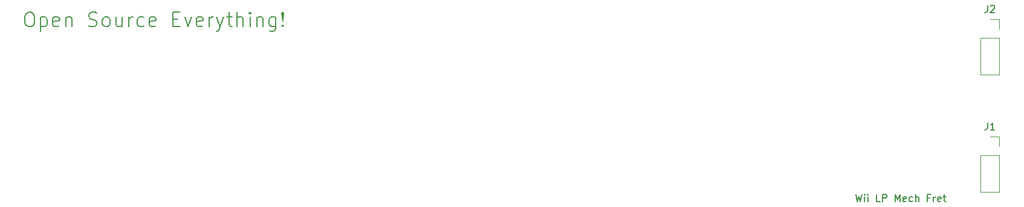
<source format=gbr>
%TF.GenerationSoftware,KiCad,Pcbnew,7.0.1*%
%TF.CreationDate,2023-12-15T14:23:58-05:00*%
%TF.ProjectId,fret,66726574-2e6b-4696-9361-645f70636258,rev?*%
%TF.SameCoordinates,Original*%
%TF.FileFunction,Legend,Top*%
%TF.FilePolarity,Positive*%
%FSLAX46Y46*%
G04 Gerber Fmt 4.6, Leading zero omitted, Abs format (unit mm)*
G04 Created by KiCad (PCBNEW 7.0.1) date 2023-12-15 14:23:58*
%MOMM*%
%LPD*%
G01*
G04 APERTURE LIST*
%ADD10C,0.150000*%
%ADD11C,0.120000*%
G04 APERTURE END LIST*
D10*
X84547142Y-78715238D02*
X84928095Y-78715238D01*
X84928095Y-78715238D02*
X85118571Y-78810476D01*
X85118571Y-78810476D02*
X85309047Y-79000952D01*
X85309047Y-79000952D02*
X85404285Y-79381904D01*
X85404285Y-79381904D02*
X85404285Y-80048571D01*
X85404285Y-80048571D02*
X85309047Y-80429523D01*
X85309047Y-80429523D02*
X85118571Y-80620000D01*
X85118571Y-80620000D02*
X84928095Y-80715238D01*
X84928095Y-80715238D02*
X84547142Y-80715238D01*
X84547142Y-80715238D02*
X84356666Y-80620000D01*
X84356666Y-80620000D02*
X84166190Y-80429523D01*
X84166190Y-80429523D02*
X84070952Y-80048571D01*
X84070952Y-80048571D02*
X84070952Y-79381904D01*
X84070952Y-79381904D02*
X84166190Y-79000952D01*
X84166190Y-79000952D02*
X84356666Y-78810476D01*
X84356666Y-78810476D02*
X84547142Y-78715238D01*
X86261428Y-79381904D02*
X86261428Y-81381904D01*
X86261428Y-79477142D02*
X86451904Y-79381904D01*
X86451904Y-79381904D02*
X86832857Y-79381904D01*
X86832857Y-79381904D02*
X87023333Y-79477142D01*
X87023333Y-79477142D02*
X87118571Y-79572380D01*
X87118571Y-79572380D02*
X87213809Y-79762857D01*
X87213809Y-79762857D02*
X87213809Y-80334285D01*
X87213809Y-80334285D02*
X87118571Y-80524761D01*
X87118571Y-80524761D02*
X87023333Y-80620000D01*
X87023333Y-80620000D02*
X86832857Y-80715238D01*
X86832857Y-80715238D02*
X86451904Y-80715238D01*
X86451904Y-80715238D02*
X86261428Y-80620000D01*
X88832857Y-80620000D02*
X88642381Y-80715238D01*
X88642381Y-80715238D02*
X88261428Y-80715238D01*
X88261428Y-80715238D02*
X88070952Y-80620000D01*
X88070952Y-80620000D02*
X87975714Y-80429523D01*
X87975714Y-80429523D02*
X87975714Y-79667619D01*
X87975714Y-79667619D02*
X88070952Y-79477142D01*
X88070952Y-79477142D02*
X88261428Y-79381904D01*
X88261428Y-79381904D02*
X88642381Y-79381904D01*
X88642381Y-79381904D02*
X88832857Y-79477142D01*
X88832857Y-79477142D02*
X88928095Y-79667619D01*
X88928095Y-79667619D02*
X88928095Y-79858095D01*
X88928095Y-79858095D02*
X87975714Y-80048571D01*
X89785238Y-79381904D02*
X89785238Y-80715238D01*
X89785238Y-79572380D02*
X89880476Y-79477142D01*
X89880476Y-79477142D02*
X90070952Y-79381904D01*
X90070952Y-79381904D02*
X90356667Y-79381904D01*
X90356667Y-79381904D02*
X90547143Y-79477142D01*
X90547143Y-79477142D02*
X90642381Y-79667619D01*
X90642381Y-79667619D02*
X90642381Y-80715238D01*
X93023334Y-80620000D02*
X93309048Y-80715238D01*
X93309048Y-80715238D02*
X93785239Y-80715238D01*
X93785239Y-80715238D02*
X93975715Y-80620000D01*
X93975715Y-80620000D02*
X94070953Y-80524761D01*
X94070953Y-80524761D02*
X94166191Y-80334285D01*
X94166191Y-80334285D02*
X94166191Y-80143809D01*
X94166191Y-80143809D02*
X94070953Y-79953333D01*
X94070953Y-79953333D02*
X93975715Y-79858095D01*
X93975715Y-79858095D02*
X93785239Y-79762857D01*
X93785239Y-79762857D02*
X93404286Y-79667619D01*
X93404286Y-79667619D02*
X93213810Y-79572380D01*
X93213810Y-79572380D02*
X93118572Y-79477142D01*
X93118572Y-79477142D02*
X93023334Y-79286666D01*
X93023334Y-79286666D02*
X93023334Y-79096190D01*
X93023334Y-79096190D02*
X93118572Y-78905714D01*
X93118572Y-78905714D02*
X93213810Y-78810476D01*
X93213810Y-78810476D02*
X93404286Y-78715238D01*
X93404286Y-78715238D02*
X93880477Y-78715238D01*
X93880477Y-78715238D02*
X94166191Y-78810476D01*
X95309048Y-80715238D02*
X95118572Y-80620000D01*
X95118572Y-80620000D02*
X95023334Y-80524761D01*
X95023334Y-80524761D02*
X94928096Y-80334285D01*
X94928096Y-80334285D02*
X94928096Y-79762857D01*
X94928096Y-79762857D02*
X95023334Y-79572380D01*
X95023334Y-79572380D02*
X95118572Y-79477142D01*
X95118572Y-79477142D02*
X95309048Y-79381904D01*
X95309048Y-79381904D02*
X95594763Y-79381904D01*
X95594763Y-79381904D02*
X95785239Y-79477142D01*
X95785239Y-79477142D02*
X95880477Y-79572380D01*
X95880477Y-79572380D02*
X95975715Y-79762857D01*
X95975715Y-79762857D02*
X95975715Y-80334285D01*
X95975715Y-80334285D02*
X95880477Y-80524761D01*
X95880477Y-80524761D02*
X95785239Y-80620000D01*
X95785239Y-80620000D02*
X95594763Y-80715238D01*
X95594763Y-80715238D02*
X95309048Y-80715238D01*
X97690001Y-79381904D02*
X97690001Y-80715238D01*
X96832858Y-79381904D02*
X96832858Y-80429523D01*
X96832858Y-80429523D02*
X96928096Y-80620000D01*
X96928096Y-80620000D02*
X97118572Y-80715238D01*
X97118572Y-80715238D02*
X97404287Y-80715238D01*
X97404287Y-80715238D02*
X97594763Y-80620000D01*
X97594763Y-80620000D02*
X97690001Y-80524761D01*
X98642382Y-80715238D02*
X98642382Y-79381904D01*
X98642382Y-79762857D02*
X98737620Y-79572380D01*
X98737620Y-79572380D02*
X98832858Y-79477142D01*
X98832858Y-79477142D02*
X99023334Y-79381904D01*
X99023334Y-79381904D02*
X99213811Y-79381904D01*
X100737620Y-80620000D02*
X100547144Y-80715238D01*
X100547144Y-80715238D02*
X100166191Y-80715238D01*
X100166191Y-80715238D02*
X99975715Y-80620000D01*
X99975715Y-80620000D02*
X99880477Y-80524761D01*
X99880477Y-80524761D02*
X99785239Y-80334285D01*
X99785239Y-80334285D02*
X99785239Y-79762857D01*
X99785239Y-79762857D02*
X99880477Y-79572380D01*
X99880477Y-79572380D02*
X99975715Y-79477142D01*
X99975715Y-79477142D02*
X100166191Y-79381904D01*
X100166191Y-79381904D02*
X100547144Y-79381904D01*
X100547144Y-79381904D02*
X100737620Y-79477142D01*
X102356668Y-80620000D02*
X102166192Y-80715238D01*
X102166192Y-80715238D02*
X101785239Y-80715238D01*
X101785239Y-80715238D02*
X101594763Y-80620000D01*
X101594763Y-80620000D02*
X101499525Y-80429523D01*
X101499525Y-80429523D02*
X101499525Y-79667619D01*
X101499525Y-79667619D02*
X101594763Y-79477142D01*
X101594763Y-79477142D02*
X101785239Y-79381904D01*
X101785239Y-79381904D02*
X102166192Y-79381904D01*
X102166192Y-79381904D02*
X102356668Y-79477142D01*
X102356668Y-79477142D02*
X102451906Y-79667619D01*
X102451906Y-79667619D02*
X102451906Y-79858095D01*
X102451906Y-79858095D02*
X101499525Y-80048571D01*
X104832859Y-79667619D02*
X105499526Y-79667619D01*
X105785240Y-80715238D02*
X104832859Y-80715238D01*
X104832859Y-80715238D02*
X104832859Y-78715238D01*
X104832859Y-78715238D02*
X105785240Y-78715238D01*
X106451907Y-79381904D02*
X106928097Y-80715238D01*
X106928097Y-80715238D02*
X107404288Y-79381904D01*
X108928098Y-80620000D02*
X108737622Y-80715238D01*
X108737622Y-80715238D02*
X108356669Y-80715238D01*
X108356669Y-80715238D02*
X108166193Y-80620000D01*
X108166193Y-80620000D02*
X108070955Y-80429523D01*
X108070955Y-80429523D02*
X108070955Y-79667619D01*
X108070955Y-79667619D02*
X108166193Y-79477142D01*
X108166193Y-79477142D02*
X108356669Y-79381904D01*
X108356669Y-79381904D02*
X108737622Y-79381904D01*
X108737622Y-79381904D02*
X108928098Y-79477142D01*
X108928098Y-79477142D02*
X109023336Y-79667619D01*
X109023336Y-79667619D02*
X109023336Y-79858095D01*
X109023336Y-79858095D02*
X108070955Y-80048571D01*
X109880479Y-80715238D02*
X109880479Y-79381904D01*
X109880479Y-79762857D02*
X109975717Y-79572380D01*
X109975717Y-79572380D02*
X110070955Y-79477142D01*
X110070955Y-79477142D02*
X110261431Y-79381904D01*
X110261431Y-79381904D02*
X110451908Y-79381904D01*
X110928098Y-79381904D02*
X111404288Y-80715238D01*
X111880479Y-79381904D02*
X111404288Y-80715238D01*
X111404288Y-80715238D02*
X111213812Y-81191428D01*
X111213812Y-81191428D02*
X111118574Y-81286666D01*
X111118574Y-81286666D02*
X110928098Y-81381904D01*
X112356670Y-79381904D02*
X113118574Y-79381904D01*
X112642384Y-78715238D02*
X112642384Y-80429523D01*
X112642384Y-80429523D02*
X112737622Y-80620000D01*
X112737622Y-80620000D02*
X112928098Y-80715238D01*
X112928098Y-80715238D02*
X113118574Y-80715238D01*
X113785241Y-80715238D02*
X113785241Y-78715238D01*
X114642384Y-80715238D02*
X114642384Y-79667619D01*
X114642384Y-79667619D02*
X114547146Y-79477142D01*
X114547146Y-79477142D02*
X114356670Y-79381904D01*
X114356670Y-79381904D02*
X114070955Y-79381904D01*
X114070955Y-79381904D02*
X113880479Y-79477142D01*
X113880479Y-79477142D02*
X113785241Y-79572380D01*
X115594765Y-80715238D02*
X115594765Y-79381904D01*
X115594765Y-78715238D02*
X115499527Y-78810476D01*
X115499527Y-78810476D02*
X115594765Y-78905714D01*
X115594765Y-78905714D02*
X115690003Y-78810476D01*
X115690003Y-78810476D02*
X115594765Y-78715238D01*
X115594765Y-78715238D02*
X115594765Y-78905714D01*
X116547146Y-79381904D02*
X116547146Y-80715238D01*
X116547146Y-79572380D02*
X116642384Y-79477142D01*
X116642384Y-79477142D02*
X116832860Y-79381904D01*
X116832860Y-79381904D02*
X117118575Y-79381904D01*
X117118575Y-79381904D02*
X117309051Y-79477142D01*
X117309051Y-79477142D02*
X117404289Y-79667619D01*
X117404289Y-79667619D02*
X117404289Y-80715238D01*
X119213813Y-79381904D02*
X119213813Y-81000952D01*
X119213813Y-81000952D02*
X119118575Y-81191428D01*
X119118575Y-81191428D02*
X119023337Y-81286666D01*
X119023337Y-81286666D02*
X118832860Y-81381904D01*
X118832860Y-81381904D02*
X118547146Y-81381904D01*
X118547146Y-81381904D02*
X118356670Y-81286666D01*
X119213813Y-80620000D02*
X119023337Y-80715238D01*
X119023337Y-80715238D02*
X118642384Y-80715238D01*
X118642384Y-80715238D02*
X118451908Y-80620000D01*
X118451908Y-80620000D02*
X118356670Y-80524761D01*
X118356670Y-80524761D02*
X118261432Y-80334285D01*
X118261432Y-80334285D02*
X118261432Y-79762857D01*
X118261432Y-79762857D02*
X118356670Y-79572380D01*
X118356670Y-79572380D02*
X118451908Y-79477142D01*
X118451908Y-79477142D02*
X118642384Y-79381904D01*
X118642384Y-79381904D02*
X119023337Y-79381904D01*
X119023337Y-79381904D02*
X119213813Y-79477142D01*
X120166194Y-80524761D02*
X120261432Y-80620000D01*
X120261432Y-80620000D02*
X120166194Y-80715238D01*
X120166194Y-80715238D02*
X120070956Y-80620000D01*
X120070956Y-80620000D02*
X120166194Y-80524761D01*
X120166194Y-80524761D02*
X120166194Y-80715238D01*
X120166194Y-79953333D02*
X120070956Y-78810476D01*
X120070956Y-78810476D02*
X120166194Y-78715238D01*
X120166194Y-78715238D02*
X120261432Y-78810476D01*
X120261432Y-78810476D02*
X120166194Y-79953333D01*
X120166194Y-79953333D02*
X120166194Y-78715238D01*
X200432857Y-104337619D02*
X200670952Y-105337619D01*
X200670952Y-105337619D02*
X200861428Y-104623333D01*
X200861428Y-104623333D02*
X201051904Y-105337619D01*
X201051904Y-105337619D02*
X201290000Y-104337619D01*
X201670952Y-105337619D02*
X201670952Y-104670952D01*
X201670952Y-104337619D02*
X201623333Y-104385238D01*
X201623333Y-104385238D02*
X201670952Y-104432857D01*
X201670952Y-104432857D02*
X201718571Y-104385238D01*
X201718571Y-104385238D02*
X201670952Y-104337619D01*
X201670952Y-104337619D02*
X201670952Y-104432857D01*
X202147142Y-105337619D02*
X202147142Y-104670952D01*
X202147142Y-104337619D02*
X202099523Y-104385238D01*
X202099523Y-104385238D02*
X202147142Y-104432857D01*
X202147142Y-104432857D02*
X202194761Y-104385238D01*
X202194761Y-104385238D02*
X202147142Y-104337619D01*
X202147142Y-104337619D02*
X202147142Y-104432857D01*
X203861427Y-105337619D02*
X203385237Y-105337619D01*
X203385237Y-105337619D02*
X203385237Y-104337619D01*
X204194761Y-105337619D02*
X204194761Y-104337619D01*
X204194761Y-104337619D02*
X204575713Y-104337619D01*
X204575713Y-104337619D02*
X204670951Y-104385238D01*
X204670951Y-104385238D02*
X204718570Y-104432857D01*
X204718570Y-104432857D02*
X204766189Y-104528095D01*
X204766189Y-104528095D02*
X204766189Y-104670952D01*
X204766189Y-104670952D02*
X204718570Y-104766190D01*
X204718570Y-104766190D02*
X204670951Y-104813809D01*
X204670951Y-104813809D02*
X204575713Y-104861428D01*
X204575713Y-104861428D02*
X204194761Y-104861428D01*
X205956666Y-105337619D02*
X205956666Y-104337619D01*
X205956666Y-104337619D02*
X206289999Y-105051904D01*
X206289999Y-105051904D02*
X206623332Y-104337619D01*
X206623332Y-104337619D02*
X206623332Y-105337619D01*
X207480475Y-105290000D02*
X207385237Y-105337619D01*
X207385237Y-105337619D02*
X207194761Y-105337619D01*
X207194761Y-105337619D02*
X207099523Y-105290000D01*
X207099523Y-105290000D02*
X207051904Y-105194761D01*
X207051904Y-105194761D02*
X207051904Y-104813809D01*
X207051904Y-104813809D02*
X207099523Y-104718571D01*
X207099523Y-104718571D02*
X207194761Y-104670952D01*
X207194761Y-104670952D02*
X207385237Y-104670952D01*
X207385237Y-104670952D02*
X207480475Y-104718571D01*
X207480475Y-104718571D02*
X207528094Y-104813809D01*
X207528094Y-104813809D02*
X207528094Y-104909047D01*
X207528094Y-104909047D02*
X207051904Y-105004285D01*
X208385237Y-105290000D02*
X208289999Y-105337619D01*
X208289999Y-105337619D02*
X208099523Y-105337619D01*
X208099523Y-105337619D02*
X208004285Y-105290000D01*
X208004285Y-105290000D02*
X207956666Y-105242380D01*
X207956666Y-105242380D02*
X207909047Y-105147142D01*
X207909047Y-105147142D02*
X207909047Y-104861428D01*
X207909047Y-104861428D02*
X207956666Y-104766190D01*
X207956666Y-104766190D02*
X208004285Y-104718571D01*
X208004285Y-104718571D02*
X208099523Y-104670952D01*
X208099523Y-104670952D02*
X208289999Y-104670952D01*
X208289999Y-104670952D02*
X208385237Y-104718571D01*
X208813809Y-105337619D02*
X208813809Y-104337619D01*
X209242380Y-105337619D02*
X209242380Y-104813809D01*
X209242380Y-104813809D02*
X209194761Y-104718571D01*
X209194761Y-104718571D02*
X209099523Y-104670952D01*
X209099523Y-104670952D02*
X208956666Y-104670952D01*
X208956666Y-104670952D02*
X208861428Y-104718571D01*
X208861428Y-104718571D02*
X208813809Y-104766190D01*
X210813809Y-104813809D02*
X210480476Y-104813809D01*
X210480476Y-105337619D02*
X210480476Y-104337619D01*
X210480476Y-104337619D02*
X210956666Y-104337619D01*
X211337619Y-105337619D02*
X211337619Y-104670952D01*
X211337619Y-104861428D02*
X211385238Y-104766190D01*
X211385238Y-104766190D02*
X211432857Y-104718571D01*
X211432857Y-104718571D02*
X211528095Y-104670952D01*
X211528095Y-104670952D02*
X211623333Y-104670952D01*
X212337619Y-105290000D02*
X212242381Y-105337619D01*
X212242381Y-105337619D02*
X212051905Y-105337619D01*
X212051905Y-105337619D02*
X211956667Y-105290000D01*
X211956667Y-105290000D02*
X211909048Y-105194761D01*
X211909048Y-105194761D02*
X211909048Y-104813809D01*
X211909048Y-104813809D02*
X211956667Y-104718571D01*
X211956667Y-104718571D02*
X212051905Y-104670952D01*
X212051905Y-104670952D02*
X212242381Y-104670952D01*
X212242381Y-104670952D02*
X212337619Y-104718571D01*
X212337619Y-104718571D02*
X212385238Y-104813809D01*
X212385238Y-104813809D02*
X212385238Y-104909047D01*
X212385238Y-104909047D02*
X211909048Y-105004285D01*
X212670953Y-104670952D02*
X213051905Y-104670952D01*
X212813810Y-104337619D02*
X212813810Y-105194761D01*
X212813810Y-105194761D02*
X212861429Y-105290000D01*
X212861429Y-105290000D02*
X212956667Y-105337619D01*
X212956667Y-105337619D02*
X213051905Y-105337619D01*
%TO.C,J1*%
X218893666Y-94243619D02*
X218893666Y-94957904D01*
X218893666Y-94957904D02*
X218846047Y-95100761D01*
X218846047Y-95100761D02*
X218750809Y-95196000D01*
X218750809Y-95196000D02*
X218607952Y-95243619D01*
X218607952Y-95243619D02*
X218512714Y-95243619D01*
X219893666Y-95243619D02*
X219322238Y-95243619D01*
X219607952Y-95243619D02*
X219607952Y-94243619D01*
X219607952Y-94243619D02*
X219512714Y-94386476D01*
X219512714Y-94386476D02*
X219417476Y-94481714D01*
X219417476Y-94481714D02*
X219322238Y-94529333D01*
%TO.C,J2*%
X218893666Y-77733619D02*
X218893666Y-78447904D01*
X218893666Y-78447904D02*
X218846047Y-78590761D01*
X218846047Y-78590761D02*
X218750809Y-78686000D01*
X218750809Y-78686000D02*
X218607952Y-78733619D01*
X218607952Y-78733619D02*
X218512714Y-78733619D01*
X219322238Y-77828857D02*
X219369857Y-77781238D01*
X219369857Y-77781238D02*
X219465095Y-77733619D01*
X219465095Y-77733619D02*
X219703190Y-77733619D01*
X219703190Y-77733619D02*
X219798428Y-77781238D01*
X219798428Y-77781238D02*
X219846047Y-77828857D01*
X219846047Y-77828857D02*
X219893666Y-77924095D01*
X219893666Y-77924095D02*
X219893666Y-78019333D01*
X219893666Y-78019333D02*
X219846047Y-78162190D01*
X219846047Y-78162190D02*
X219274619Y-78733619D01*
X219274619Y-78733619D02*
X219893666Y-78733619D01*
D11*
%TO.C,J1*%
X217897000Y-98821000D02*
X217897000Y-103961000D01*
X217897000Y-98821000D02*
X220557000Y-98821000D01*
X217897000Y-103961000D02*
X220557000Y-103961000D01*
X219227000Y-96221000D02*
X220557000Y-96221000D01*
X220557000Y-96221000D02*
X220557000Y-97551000D01*
X220557000Y-98821000D02*
X220557000Y-103961000D01*
%TO.C,J2*%
X217897000Y-82311000D02*
X217897000Y-87451000D01*
X217897000Y-82311000D02*
X220557000Y-82311000D01*
X217897000Y-87451000D02*
X220557000Y-87451000D01*
X219227000Y-79711000D02*
X220557000Y-79711000D01*
X220557000Y-79711000D02*
X220557000Y-81041000D01*
X220557000Y-82311000D02*
X220557000Y-87451000D01*
%TD*%
M02*

</source>
